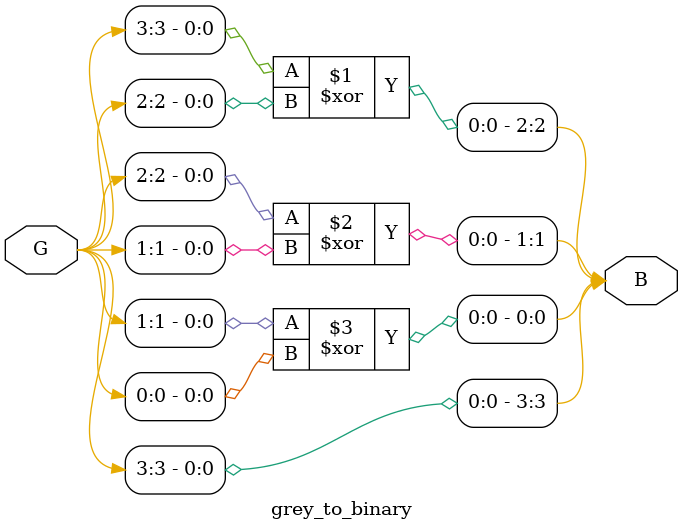
<source format=v>
`timescale 1ns / 1ps
module grey_to_binary(input [3:0]G,output [3:0]B);
assign B[3]=G[3];
assign B[2]=G[3]^G[2];
assign B[1]=G[2]^G[1];
assign B[0]=G[1]^G[0];
endmodule

</source>
